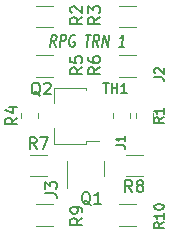
<source format=gbr>
G04 #@! TF.GenerationSoftware,KiCad,Pcbnew,(6.0.5)*
G04 #@! TF.CreationDate,2022-07-02T08:37:16+02:00*
G04 #@! TF.ProjectId,resistor_network,72657369-7374-46f7-925f-6e6574776f72,rev?*
G04 #@! TF.SameCoordinates,Original*
G04 #@! TF.FileFunction,Legend,Top*
G04 #@! TF.FilePolarity,Positive*
%FSLAX46Y46*%
G04 Gerber Fmt 4.6, Leading zero omitted, Abs format (unit mm)*
G04 Created by KiCad (PCBNEW (6.0.5)) date 2022-07-02 08:37:16*
%MOMM*%
%LPD*%
G01*
G04 APERTURE LIST*
%ADD10C,0.150000*%
%ADD11C,0.120000*%
G04 APERTURE END LIST*
D10*
X139438660Y-89652380D02*
X139231517Y-89176190D01*
X138981517Y-89652380D02*
X139106517Y-88652380D01*
X139411279Y-88652380D01*
X139481517Y-88700000D01*
X139513660Y-88747619D01*
X139539851Y-88842857D01*
X139521994Y-88985714D01*
X139471994Y-89080952D01*
X139427946Y-89128571D01*
X139345803Y-89176190D01*
X139041041Y-89176190D01*
X139781517Y-89652380D02*
X139906517Y-88652380D01*
X140211279Y-88652380D01*
X140281517Y-88700000D01*
X140313660Y-88747619D01*
X140339851Y-88842857D01*
X140321994Y-88985714D01*
X140271994Y-89080952D01*
X140227946Y-89128571D01*
X140145803Y-89176190D01*
X139841041Y-89176190D01*
X141119613Y-88700000D02*
X141049375Y-88652380D01*
X140935089Y-88652380D01*
X140814851Y-88700000D01*
X140726755Y-88795238D01*
X140676755Y-88890476D01*
X140614851Y-89080952D01*
X140596994Y-89223809D01*
X140611279Y-89414285D01*
X140637470Y-89509523D01*
X140701755Y-89604761D01*
X140810089Y-89652380D01*
X140886279Y-89652380D01*
X141006517Y-89604761D01*
X141050565Y-89557142D01*
X141092232Y-89223809D01*
X140939851Y-89223809D01*
X142001755Y-88652380D02*
X142458898Y-88652380D01*
X142105327Y-89652380D02*
X142230327Y-88652380D01*
X143057708Y-89652380D02*
X142850565Y-89176190D01*
X142600565Y-89652380D02*
X142725565Y-88652380D01*
X143030327Y-88652380D01*
X143100565Y-88700000D01*
X143132708Y-88747619D01*
X143158898Y-88842857D01*
X143141041Y-88985714D01*
X143091041Y-89080952D01*
X143046994Y-89128571D01*
X142964851Y-89176190D01*
X142660089Y-89176190D01*
X143400565Y-89652380D02*
X143525565Y-88652380D01*
X143857708Y-89652380D01*
X143982708Y-88652380D01*
X145267232Y-89652380D02*
X144810089Y-89652380D01*
X145038660Y-89652380D02*
X145163660Y-88652380D01*
X145069613Y-88795238D01*
X144981517Y-88890476D01*
X144899375Y-88938095D01*
G04 #@! TO.C,R5*
X141702380Y-91416666D02*
X141226190Y-91750000D01*
X141702380Y-91988095D02*
X140702380Y-91988095D01*
X140702380Y-91607142D01*
X140750000Y-91511904D01*
X140797619Y-91464285D01*
X140892857Y-91416666D01*
X141035714Y-91416666D01*
X141130952Y-91464285D01*
X141178571Y-91511904D01*
X141226190Y-91607142D01*
X141226190Y-91988095D01*
X140702380Y-90511904D02*
X140702380Y-90988095D01*
X141178571Y-91035714D01*
X141130952Y-90988095D01*
X141083333Y-90892857D01*
X141083333Y-90654761D01*
X141130952Y-90559523D01*
X141178571Y-90511904D01*
X141273809Y-90464285D01*
X141511904Y-90464285D01*
X141607142Y-90511904D01*
X141654761Y-90559523D01*
X141702380Y-90654761D01*
X141702380Y-90892857D01*
X141654761Y-90988095D01*
X141607142Y-91035714D01*
G04 #@! TO.C,R2*
X141702380Y-87166666D02*
X141226190Y-87500000D01*
X141702380Y-87738095D02*
X140702380Y-87738095D01*
X140702380Y-87357142D01*
X140750000Y-87261904D01*
X140797619Y-87214285D01*
X140892857Y-87166666D01*
X141035714Y-87166666D01*
X141130952Y-87214285D01*
X141178571Y-87261904D01*
X141226190Y-87357142D01*
X141226190Y-87738095D01*
X140797619Y-86785714D02*
X140750000Y-86738095D01*
X140702380Y-86642857D01*
X140702380Y-86404761D01*
X140750000Y-86309523D01*
X140797619Y-86261904D01*
X140892857Y-86214285D01*
X140988095Y-86214285D01*
X141130952Y-86261904D01*
X141702380Y-86833333D01*
X141702380Y-86214285D01*
G04 #@! TO.C,R1*
X148611904Y-95633333D02*
X148230952Y-95900000D01*
X148611904Y-96090476D02*
X147811904Y-96090476D01*
X147811904Y-95785714D01*
X147850000Y-95709523D01*
X147888095Y-95671428D01*
X147964285Y-95633333D01*
X148078571Y-95633333D01*
X148154761Y-95671428D01*
X148192857Y-95709523D01*
X148230952Y-95785714D01*
X148230952Y-96090476D01*
X148611904Y-94871428D02*
X148611904Y-95328571D01*
X148611904Y-95100000D02*
X147811904Y-95100000D01*
X147926190Y-95176190D01*
X148002380Y-95252380D01*
X148040476Y-95328571D01*
G04 #@! TO.C,R10*
X148611904Y-104514285D02*
X148230952Y-104780952D01*
X148611904Y-104971428D02*
X147811904Y-104971428D01*
X147811904Y-104666666D01*
X147850000Y-104590476D01*
X147888095Y-104552380D01*
X147964285Y-104514285D01*
X148078571Y-104514285D01*
X148154761Y-104552380D01*
X148192857Y-104590476D01*
X148230952Y-104666666D01*
X148230952Y-104971428D01*
X148611904Y-103752380D02*
X148611904Y-104209523D01*
X148611904Y-103980952D02*
X147811904Y-103980952D01*
X147926190Y-104057142D01*
X148002380Y-104133333D01*
X148040476Y-104209523D01*
X147811904Y-103257142D02*
X147811904Y-103180952D01*
X147850000Y-103104761D01*
X147888095Y-103066666D01*
X147964285Y-103028571D01*
X148116666Y-102990476D01*
X148307142Y-102990476D01*
X148459523Y-103028571D01*
X148535714Y-103066666D01*
X148573809Y-103104761D01*
X148611904Y-103180952D01*
X148611904Y-103257142D01*
X148573809Y-103333333D01*
X148535714Y-103371428D01*
X148459523Y-103409523D01*
X148307142Y-103447619D01*
X148116666Y-103447619D01*
X147964285Y-103409523D01*
X147888095Y-103371428D01*
X147850000Y-103333333D01*
X147811904Y-103257142D01*
G04 #@! TO.C,R6*
X143202380Y-91416666D02*
X142726190Y-91750000D01*
X143202380Y-91988095D02*
X142202380Y-91988095D01*
X142202380Y-91607142D01*
X142250000Y-91511904D01*
X142297619Y-91464285D01*
X142392857Y-91416666D01*
X142535714Y-91416666D01*
X142630952Y-91464285D01*
X142678571Y-91511904D01*
X142726190Y-91607142D01*
X142726190Y-91988095D01*
X142202380Y-90559523D02*
X142202380Y-90750000D01*
X142250000Y-90845238D01*
X142297619Y-90892857D01*
X142440476Y-90988095D01*
X142630952Y-91035714D01*
X143011904Y-91035714D01*
X143107142Y-90988095D01*
X143154761Y-90940476D01*
X143202380Y-90845238D01*
X143202380Y-90654761D01*
X143154761Y-90559523D01*
X143107142Y-90511904D01*
X143011904Y-90464285D01*
X142773809Y-90464285D01*
X142678571Y-90511904D01*
X142630952Y-90559523D01*
X142583333Y-90654761D01*
X142583333Y-90845238D01*
X142630952Y-90940476D01*
X142678571Y-90988095D01*
X142773809Y-91035714D01*
G04 #@! TO.C,R9*
X141702380Y-104166666D02*
X141226190Y-104500000D01*
X141702380Y-104738095D02*
X140702380Y-104738095D01*
X140702380Y-104357142D01*
X140750000Y-104261904D01*
X140797619Y-104214285D01*
X140892857Y-104166666D01*
X141035714Y-104166666D01*
X141130952Y-104214285D01*
X141178571Y-104261904D01*
X141226190Y-104357142D01*
X141226190Y-104738095D01*
X141702380Y-103690476D02*
X141702380Y-103500000D01*
X141654761Y-103404761D01*
X141607142Y-103357142D01*
X141464285Y-103261904D01*
X141273809Y-103214285D01*
X140892857Y-103214285D01*
X140797619Y-103261904D01*
X140750000Y-103309523D01*
X140702380Y-103404761D01*
X140702380Y-103595238D01*
X140750000Y-103690476D01*
X140797619Y-103738095D01*
X140892857Y-103785714D01*
X141130952Y-103785714D01*
X141226190Y-103738095D01*
X141273809Y-103690476D01*
X141321428Y-103595238D01*
X141321428Y-103404761D01*
X141273809Y-103309523D01*
X141226190Y-103261904D01*
X141130952Y-103214285D01*
G04 #@! TO.C,J3*
X138552380Y-102083333D02*
X139266666Y-102083333D01*
X139409523Y-102130952D01*
X139504761Y-102226190D01*
X139552380Y-102369047D01*
X139552380Y-102464285D01*
X138552380Y-101702380D02*
X138552380Y-101083333D01*
X138933333Y-101416666D01*
X138933333Y-101273809D01*
X138980952Y-101178571D01*
X139028571Y-101130952D01*
X139123809Y-101083333D01*
X139361904Y-101083333D01*
X139457142Y-101130952D01*
X139504761Y-101178571D01*
X139552380Y-101273809D01*
X139552380Y-101559523D01*
X139504761Y-101654761D01*
X139457142Y-101702380D01*
G04 #@! TO.C,J2*
X147811904Y-92266666D02*
X148383333Y-92266666D01*
X148497619Y-92304761D01*
X148573809Y-92380952D01*
X148611904Y-92495238D01*
X148611904Y-92571428D01*
X147888095Y-91923809D02*
X147850000Y-91885714D01*
X147811904Y-91809523D01*
X147811904Y-91619047D01*
X147850000Y-91542857D01*
X147888095Y-91504761D01*
X147964285Y-91466666D01*
X148040476Y-91466666D01*
X148154761Y-91504761D01*
X148611904Y-91961904D01*
X148611904Y-91466666D01*
G04 #@! TO.C,Q1*
X142404761Y-103047619D02*
X142309523Y-103000000D01*
X142214285Y-102904761D01*
X142071428Y-102761904D01*
X141976190Y-102714285D01*
X141880952Y-102714285D01*
X141928571Y-102952380D02*
X141833333Y-102904761D01*
X141738095Y-102809523D01*
X141690476Y-102619047D01*
X141690476Y-102285714D01*
X141738095Y-102095238D01*
X141833333Y-102000000D01*
X141928571Y-101952380D01*
X142119047Y-101952380D01*
X142214285Y-102000000D01*
X142309523Y-102095238D01*
X142357142Y-102285714D01*
X142357142Y-102619047D01*
X142309523Y-102809523D01*
X142214285Y-102904761D01*
X142119047Y-102952380D01*
X141928571Y-102952380D01*
X143309523Y-102952380D02*
X142738095Y-102952380D01*
X143023809Y-102952380D02*
X143023809Y-101952380D01*
X142928571Y-102095238D01*
X142833333Y-102190476D01*
X142738095Y-102238095D01*
G04 #@! TO.C,R8*
X145933333Y-101952380D02*
X145600000Y-101476190D01*
X145361904Y-101952380D02*
X145361904Y-100952380D01*
X145742857Y-100952380D01*
X145838095Y-101000000D01*
X145885714Y-101047619D01*
X145933333Y-101142857D01*
X145933333Y-101285714D01*
X145885714Y-101380952D01*
X145838095Y-101428571D01*
X145742857Y-101476190D01*
X145361904Y-101476190D01*
X146504761Y-101380952D02*
X146409523Y-101333333D01*
X146361904Y-101285714D01*
X146314285Y-101190476D01*
X146314285Y-101142857D01*
X146361904Y-101047619D01*
X146409523Y-101000000D01*
X146504761Y-100952380D01*
X146695238Y-100952380D01*
X146790476Y-101000000D01*
X146838095Y-101047619D01*
X146885714Y-101142857D01*
X146885714Y-101190476D01*
X146838095Y-101285714D01*
X146790476Y-101333333D01*
X146695238Y-101380952D01*
X146504761Y-101380952D01*
X146409523Y-101428571D01*
X146361904Y-101476190D01*
X146314285Y-101571428D01*
X146314285Y-101761904D01*
X146361904Y-101857142D01*
X146409523Y-101904761D01*
X146504761Y-101952380D01*
X146695238Y-101952380D01*
X146790476Y-101904761D01*
X146838095Y-101857142D01*
X146885714Y-101761904D01*
X146885714Y-101571428D01*
X146838095Y-101476190D01*
X146790476Y-101428571D01*
X146695238Y-101380952D01*
G04 #@! TO.C,R7*
X137833333Y-98332380D02*
X137500000Y-97856190D01*
X137261904Y-98332380D02*
X137261904Y-97332380D01*
X137642857Y-97332380D01*
X137738095Y-97380000D01*
X137785714Y-97427619D01*
X137833333Y-97522857D01*
X137833333Y-97665714D01*
X137785714Y-97760952D01*
X137738095Y-97808571D01*
X137642857Y-97856190D01*
X137261904Y-97856190D01*
X138166666Y-97332380D02*
X138833333Y-97332380D01*
X138404761Y-98332380D01*
G04 #@! TO.C,R3*
X143202380Y-87166666D02*
X142726190Y-87500000D01*
X143202380Y-87738095D02*
X142202380Y-87738095D01*
X142202380Y-87357142D01*
X142250000Y-87261904D01*
X142297619Y-87214285D01*
X142392857Y-87166666D01*
X142535714Y-87166666D01*
X142630952Y-87214285D01*
X142678571Y-87261904D01*
X142726190Y-87357142D01*
X142726190Y-87738095D01*
X142202380Y-86833333D02*
X142202380Y-86214285D01*
X142583333Y-86547619D01*
X142583333Y-86404761D01*
X142630952Y-86309523D01*
X142678571Y-86261904D01*
X142773809Y-86214285D01*
X143011904Y-86214285D01*
X143107142Y-86261904D01*
X143154761Y-86309523D01*
X143202380Y-86404761D01*
X143202380Y-86690476D01*
X143154761Y-86785714D01*
X143107142Y-86833333D01*
G04 #@! TO.C,R4*
X136202380Y-95666666D02*
X135726190Y-96000000D01*
X136202380Y-96238095D02*
X135202380Y-96238095D01*
X135202380Y-95857142D01*
X135250000Y-95761904D01*
X135297619Y-95714285D01*
X135392857Y-95666666D01*
X135535714Y-95666666D01*
X135630952Y-95714285D01*
X135678571Y-95761904D01*
X135726190Y-95857142D01*
X135726190Y-96238095D01*
X135535714Y-94809523D02*
X136202380Y-94809523D01*
X135154761Y-95047619D02*
X135869047Y-95285714D01*
X135869047Y-94666666D01*
G04 #@! TO.C,Q2*
X138154761Y-93797619D02*
X138059523Y-93750000D01*
X137964285Y-93654761D01*
X137821428Y-93511904D01*
X137726190Y-93464285D01*
X137630952Y-93464285D01*
X137678571Y-93702380D02*
X137583333Y-93654761D01*
X137488095Y-93559523D01*
X137440476Y-93369047D01*
X137440476Y-93035714D01*
X137488095Y-92845238D01*
X137583333Y-92750000D01*
X137678571Y-92702380D01*
X137869047Y-92702380D01*
X137964285Y-92750000D01*
X138059523Y-92845238D01*
X138107142Y-93035714D01*
X138107142Y-93369047D01*
X138059523Y-93559523D01*
X137964285Y-93654761D01*
X137869047Y-93702380D01*
X137678571Y-93702380D01*
X138488095Y-92797619D02*
X138535714Y-92750000D01*
X138630952Y-92702380D01*
X138869047Y-92702380D01*
X138964285Y-92750000D01*
X139011904Y-92797619D01*
X139059523Y-92892857D01*
X139059523Y-92988095D01*
X139011904Y-93130952D01*
X138440476Y-93702380D01*
X139059523Y-93702380D01*
G04 #@! TO.C,TH1*
X143471428Y-92771904D02*
X143928571Y-92771904D01*
X143700000Y-93571904D02*
X143700000Y-92771904D01*
X144195238Y-93571904D02*
X144195238Y-92771904D01*
X144195238Y-93152857D02*
X144652380Y-93152857D01*
X144652380Y-93571904D02*
X144652380Y-92771904D01*
X145452380Y-93571904D02*
X144995238Y-93571904D01*
X145223809Y-93571904D02*
X145223809Y-92771904D01*
X145147619Y-92886190D01*
X145071428Y-92962380D01*
X144995238Y-93000476D01*
G04 #@! TO.C,J1*
X144561904Y-98016666D02*
X145133333Y-98016666D01*
X145247619Y-98054761D01*
X145323809Y-98130952D01*
X145361904Y-98245238D01*
X145361904Y-98321428D01*
X145361904Y-97216666D02*
X145361904Y-97673809D01*
X145361904Y-97445238D02*
X144561904Y-97445238D01*
X144676190Y-97521428D01*
X144752380Y-97597619D01*
X144790476Y-97673809D01*
D11*
G04 #@! TO.C,R5*
X137772936Y-90390000D02*
X139227064Y-90390000D01*
X137772936Y-92210000D02*
X139227064Y-92210000D01*
G04 #@! TO.C,R2*
X137772936Y-88010000D02*
X139227064Y-88010000D01*
X137772936Y-86190000D02*
X139227064Y-86190000D01*
G04 #@! TO.C,R1*
X146265000Y-95727064D02*
X146265000Y-95272936D01*
X147735000Y-95727064D02*
X147735000Y-95272936D01*
G04 #@! TO.C,R10*
X144772936Y-102990000D02*
X146227064Y-102990000D01*
X144772936Y-104810000D02*
X146227064Y-104810000D01*
G04 #@! TO.C,R6*
X144772936Y-92210000D02*
X146227064Y-92210000D01*
X144772936Y-90390000D02*
X146227064Y-90390000D01*
G04 #@! TO.C,R9*
X137772936Y-102990000D02*
X139227064Y-102990000D01*
X137772936Y-104810000D02*
X139227064Y-104810000D01*
G04 #@! TO.C,Q1*
X140440000Y-99950000D02*
X140440000Y-99300000D01*
X140440000Y-99950000D02*
X140440000Y-101625000D01*
X143560000Y-99950000D02*
X143560000Y-100600000D01*
X143560000Y-99950000D02*
X143560000Y-99300000D01*
G04 #@! TO.C,R8*
X145372936Y-98790000D02*
X146827064Y-98790000D01*
X145372936Y-100610000D02*
X146827064Y-100610000D01*
G04 #@! TO.C,R7*
X137272936Y-100610000D02*
X138727064Y-100610000D01*
X137272936Y-98790000D02*
X138727064Y-98790000D01*
G04 #@! TO.C,R3*
X144772936Y-88010000D02*
X146227064Y-88010000D01*
X144772936Y-86190000D02*
X146227064Y-86190000D01*
G04 #@! TO.C,R4*
X137985000Y-95272936D02*
X137985000Y-95727064D01*
X136515000Y-95272936D02*
X136515000Y-95727064D01*
G04 #@! TO.C,Q2*
X139277500Y-97860000D02*
X139277500Y-96550000D01*
X141997500Y-93140000D02*
X141997500Y-93370000D01*
X143137500Y-97630000D02*
X141997500Y-97630000D01*
X141997500Y-97860000D02*
X141997500Y-97630000D01*
X139277500Y-94450000D02*
X139277500Y-93140000D01*
X141997500Y-97860000D02*
X139277500Y-97860000D01*
X139277500Y-93140000D02*
X141997500Y-93140000D01*
G04 #@! TO.C,TH1*
X145735000Y-95727064D02*
X145735000Y-95272936D01*
X144265000Y-95727064D02*
X144265000Y-95272936D01*
G04 #@! TD*
M02*

</source>
